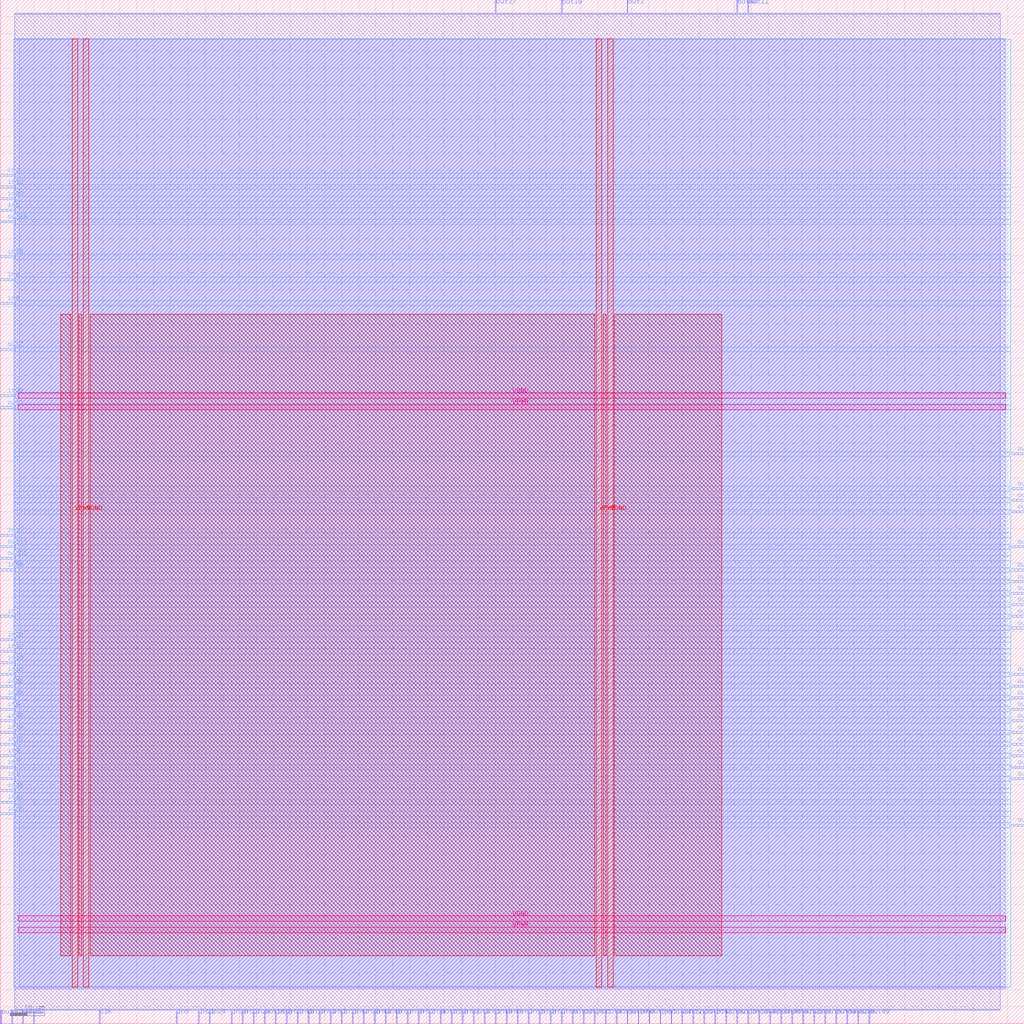
<source format=lef>
VERSION 5.7 ;
  NOWIREEXTENSIONATPIN ON ;
  DIVIDERCHAR "/" ;
  BUSBITCHARS "[]" ;
MACRO netlist_0
  CLASS BLOCK ;
  FOREIGN netlist_0 ;
  ORIGIN 0.000 0.000 ;
  SIZE 300.000 BY 300.000 ;
  PIN VGND
    DIRECTION INOUT ;
    USE GROUND ;
    PORT
      LAYER met4 ;
        RECT 24.340 10.640 25.940 288.560 ;
    END
    PORT
      LAYER met4 ;
        RECT 177.940 10.640 179.540 288.560 ;
    END
    PORT
      LAYER met5 ;
        RECT 5.280 30.030 294.640 31.630 ;
    END
    PORT
      LAYER met5 ;
        RECT 5.280 183.210 294.640 184.810 ;
    END
  END VGND
  PIN VPWR
    DIRECTION INOUT ;
    USE POWER ;
    PORT
      LAYER met4 ;
        RECT 21.040 10.640 22.640 288.560 ;
    END
    PORT
      LAYER met4 ;
        RECT 174.640 10.640 176.240 288.560 ;
    END
    PORT
      LAYER met5 ;
        RECT 5.280 26.730 294.640 28.330 ;
    END
    PORT
      LAYER met5 ;
        RECT 5.280 179.910 294.640 181.510 ;
    END
  END VPWR
  PIN clk
    DIRECTION INPUT ;
    USE SIGNAL ;
    ANTENNAGATEAREA 0.852000 ;
    ANTENNADIFFAREA 0.434700 ;
    PORT
      LAYER met2 ;
        RECT 29.070 0.000 29.350 4.000 ;
    END
  END clk
  PIN in0
    DIRECTION INPUT ;
    USE SIGNAL ;
    ANTENNAGATEAREA 0.196500 ;
    ANTENNADIFFAREA 0.434700 ;
    PORT
      LAYER met3 ;
        RECT 0.000 91.840 4.000 92.440 ;
    END
  END in0
  PIN in1
    DIRECTION INPUT ;
    USE SIGNAL ;
    ANTENNAGATEAREA 0.196500 ;
    ANTENNADIFFAREA 0.434700 ;
    PORT
      LAYER met3 ;
        RECT 0.000 71.440 4.000 72.040 ;
    END
  END in1
  PIN in10
    DIRECTION INPUT ;
    USE SIGNAL ;
    ANTENNAGATEAREA 0.196500 ;
    ANTENNADIFFAREA 0.434700 ;
    PORT
      LAYER met3 ;
        RECT 0.000 102.040 4.000 102.640 ;
    END
  END in10
  PIN in11
    DIRECTION INPUT ;
    USE SIGNAL ;
    ANTENNAGATEAREA 0.159000 ;
    ANTENNADIFFAREA 0.434700 ;
    PORT
      LAYER met2 ;
        RECT 193.290 0.000 193.570 4.000 ;
    END
  END in11
  PIN in12
    DIRECTION INPUT ;
    USE SIGNAL ;
    ANTENNAGATEAREA 0.426000 ;
    ANTENNADIFFAREA 0.434700 ;
    PORT
      LAYER met3 ;
        RECT 0.000 244.840 4.000 245.440 ;
    END
  END in12
  PIN in13
    DIRECTION INPUT ;
    USE SIGNAL ;
    ANTENNAGATEAREA 0.196500 ;
    ANTENNADIFFAREA 0.434700 ;
    PORT
      LAYER met2 ;
        RECT 99.910 0.000 100.190 4.000 ;
    END
  END in13
  PIN in14
    DIRECTION INPUT ;
    USE SIGNAL ;
    ANTENNAGATEAREA 0.196500 ;
    ANTENNADIFFAREA 0.434700 ;
    PORT
      LAYER met3 ;
        RECT 0.000 85.040 4.000 85.640 ;
    END
  END in14
  PIN in15
    DIRECTION INPUT ;
    USE SIGNAL ;
    ANTENNAGATEAREA 0.495000 ;
    ANTENNADIFFAREA 0.434700 ;
    PORT
      LAYER met3 ;
        RECT 0.000 81.640 4.000 82.240 ;
    END
  END in15
  PIN in16
    DIRECTION INPUT ;
    USE SIGNAL ;
    ANTENNAGATEAREA 0.213000 ;
    ANTENNADIFFAREA 0.434700 ;
    PORT
      LAYER met3 ;
        RECT 0.000 224.440 4.000 225.040 ;
    END
  END in16
  PIN in17
    DIRECTION INPUT ;
    USE SIGNAL ;
    ANTENNAGATEAREA 0.196500 ;
    ANTENNADIFFAREA 0.434700 ;
    PORT
      LAYER met3 ;
        RECT 0.000 142.840 4.000 143.440 ;
    END
  END in17
  PIN in18
    DIRECTION INPUT ;
    USE SIGNAL ;
    ANTENNAGATEAREA 0.213000 ;
    ANTENNADIFFAREA 0.434700 ;
    PORT
      LAYER met3 ;
        RECT 0.000 105.440 4.000 106.040 ;
    END
  END in18
  PIN in19
    DIRECTION INPUT ;
    USE SIGNAL ;
    ANTENNAGATEAREA 0.213000 ;
    ANTENNADIFFAREA 0.434700 ;
    PORT
      LAYER met3 ;
        RECT 0.000 108.840 4.000 109.440 ;
    END
  END in19
  PIN in2
    DIRECTION INPUT ;
    USE SIGNAL ;
    ANTENNAGATEAREA 0.426000 ;
    ANTENNADIFFAREA 0.434700 ;
    PORT
      LAYER met3 ;
        RECT 0.000 248.240 4.000 248.840 ;
    END
  END in2
  PIN in20
    DIRECTION INPUT ;
    USE SIGNAL ;
    ANTENNAGATEAREA 0.196500 ;
    ANTENNADIFFAREA 0.434700 ;
    PORT
      LAYER met2 ;
        RECT 67.710 0.000 67.990 4.000 ;
    END
  END in20
  PIN in21
    DIRECTION INPUT ;
    USE SIGNAL ;
    ANTENNAGATEAREA 0.159000 ;
    ANTENNADIFFAREA 0.434700 ;
    PORT
      LAYER met2 ;
        RECT 58.050 0.000 58.330 4.000 ;
    END
  END in21
  PIN in22
    DIRECTION INPUT ;
    USE SIGNAL ;
    ANTENNAGATEAREA 0.213000 ;
    ANTENNADIFFAREA 0.434700 ;
    PORT
      LAYER met3 ;
        RECT 0.000 241.440 4.000 242.040 ;
    END
  END in22
  PIN in23
    DIRECTION INPUT ;
    USE SIGNAL ;
    ANTENNAGATEAREA 0.159000 ;
    ANTENNADIFFAREA 0.434700 ;
    PORT
      LAYER met2 ;
        RECT 70.930 0.000 71.210 4.000 ;
    END
  END in23
  PIN in24
    DIRECTION INPUT ;
    USE SIGNAL ;
    ANTENNAGATEAREA 0.247500 ;
    ANTENNADIFFAREA 0.434700 ;
    PORT
      LAYER met2 ;
        RECT 61.270 0.000 61.550 4.000 ;
    END
  END in24
  PIN in25
    DIRECTION INPUT ;
    USE SIGNAL ;
    ANTENNAGATEAREA 0.196500 ;
    ANTENNADIFFAREA 0.434700 ;
    PORT
      LAYER met3 ;
        RECT 0.000 112.240 4.000 112.840 ;
    END
  END in25
  PIN in26
    DIRECTION INPUT ;
    USE SIGNAL ;
    ANTENNAGATEAREA 0.196500 ;
    ANTENNADIFFAREA 0.434700 ;
    PORT
      LAYER met2 ;
        RECT 106.350 0.000 106.630 4.000 ;
    END
  END in26
  PIN in27
    DIRECTION INPUT ;
    USE SIGNAL ;
    ANTENNAGATEAREA 0.196500 ;
    ANTENNADIFFAREA 0.434700 ;
    PORT
      LAYER met2 ;
        RECT 116.010 0.000 116.290 4.000 ;
    END
  END in27
  PIN in28
    DIRECTION INPUT ;
    USE SIGNAL ;
    ANTENNAGATEAREA 0.213000 ;
    ANTENNADIFFAREA 0.434700 ;
    PORT
      LAYER met2 ;
        RECT 74.150 0.000 74.430 4.000 ;
    END
  END in28
  PIN in29
    DIRECTION INPUT ;
    USE SIGNAL ;
    ANTENNAGATEAREA 0.196500 ;
    ANTENNADIFFAREA 0.434700 ;
    PORT
      LAYER met3 ;
        RECT 0.000 95.240 4.000 95.840 ;
    END
  END in29
  PIN in3
    DIRECTION INPUT ;
    USE SIGNAL ;
    ANTENNAGATEAREA 0.126000 ;
    ANTENNADIFFAREA 0.434700 ;
    PORT
      LAYER met3 ;
        RECT 0.000 119.040 4.000 119.640 ;
    END
  END in3
  PIN in30
    DIRECTION INPUT ;
    USE SIGNAL ;
    ANTENNAGATEAREA 0.196500 ;
    ANTENNADIFFAREA 0.434700 ;
    PORT
      LAYER met2 ;
        RECT 119.230 0.000 119.510 4.000 ;
    END
  END in30
  PIN in31
    DIRECTION INPUT ;
    USE SIGNAL ;
    ANTENNAGATEAREA 0.247500 ;
    ANTENNADIFFAREA 0.434700 ;
    PORT
      LAYER met2 ;
        RECT 173.970 0.000 174.250 4.000 ;
    END
  END in31
  PIN in32
    DIRECTION INPUT ;
    USE SIGNAL ;
    ANTENNAGATEAREA 0.213000 ;
    ANTENNADIFFAREA 0.434700 ;
    PORT
      LAYER met3 ;
        RECT 0.000 98.640 4.000 99.240 ;
    END
  END in32
  PIN in33
    DIRECTION INPUT ;
    USE SIGNAL ;
    ANTENNAGATEAREA 0.196500 ;
    ANTENNADIFFAREA 0.434700 ;
    PORT
      LAYER met2 ;
        RECT 83.810 0.000 84.090 4.000 ;
    END
  END in33
  PIN in34
    DIRECTION INPUT ;
    USE SIGNAL ;
    ANTENNAGATEAREA 0.213000 ;
    ANTENNADIFFAREA 0.434700 ;
    PORT
      LAYER met2 ;
        RECT 125.670 0.000 125.950 4.000 ;
    END
  END in34
  PIN in35
    DIRECTION INPUT ;
    USE SIGNAL ;
    ANTENNAGATEAREA 0.213000 ;
    ANTENNADIFFAREA 0.434700 ;
    PORT
      LAYER met3 ;
        RECT 0.000 183.640 4.000 184.240 ;
    END
  END in35
  PIN in36
    DIRECTION INPUT ;
    USE SIGNAL ;
    ANTENNAGATEAREA 0.196500 ;
    ANTENNADIFFAREA 0.434700 ;
    PORT
      LAYER met2 ;
        RECT 80.590 0.000 80.870 4.000 ;
    END
  END in36
  PIN in37
    DIRECTION INPUT ;
    USE SIGNAL ;
    ANTENNAGATEAREA 0.196500 ;
    ANTENNADIFFAREA 0.434700 ;
    PORT
      LAYER met2 ;
        RECT 161.090 0.000 161.370 4.000 ;
    END
  END in37
  PIN in38
    DIRECTION INPUT ;
    USE SIGNAL ;
    ANTENNAGATEAREA 0.196500 ;
    ANTENNADIFFAREA 0.434700 ;
    PORT
      LAYER met3 ;
        RECT 0.000 61.240 4.000 61.840 ;
    END
  END in38
  PIN in39
    DIRECTION INPUT ;
    USE SIGNAL ;
    ANTENNAGATEAREA 0.196500 ;
    ANTENNADIFFAREA 0.434700 ;
    PORT
      LAYER met2 ;
        RECT 90.250 0.000 90.530 4.000 ;
    END
  END in39
  PIN in4
    DIRECTION INPUT ;
    USE SIGNAL ;
    ANTENNAGATEAREA 0.196500 ;
    ANTENNADIFFAREA 0.434700 ;
    PORT
      LAYER met3 ;
        RECT 0.000 78.240 4.000 78.840 ;
    END
  END in4
  PIN in40
    DIRECTION INPUT ;
    USE SIGNAL ;
    ANTENNAGATEAREA 0.196500 ;
    ANTENNADIFFAREA 0.434700 ;
    PORT
      LAYER met3 ;
        RECT 0.000 88.440 4.000 89.040 ;
    END
  END in40
  PIN in41
    DIRECTION INPUT ;
    USE SIGNAL ;
    ANTENNAGATEAREA 0.196500 ;
    ANTENNADIFFAREA 0.434700 ;
    PORT
      LAYER met3 ;
        RECT 0.000 64.640 4.000 65.240 ;
    END
  END in41
  PIN in42
    DIRECTION INPUT ;
    USE SIGNAL ;
    ANTENNAGATEAREA 0.196500 ;
    ANTENNADIFFAREA 0.434700 ;
    PORT
      LAYER met2 ;
        RECT 209.390 0.000 209.670 4.000 ;
    END
  END in42
  PIN in43
    DIRECTION INPUT ;
    USE SIGNAL ;
    ANTENNAGATEAREA 0.196500 ;
    ANTENNADIFFAREA 0.434700 ;
    PORT
      LAYER met3 ;
        RECT 0.000 68.040 4.000 68.640 ;
    END
  END in43
  PIN in44
    DIRECTION INPUT ;
    USE SIGNAL ;
    ANTENNAGATEAREA 0.196500 ;
    ANTENNADIFFAREA 0.434700 ;
    PORT
      LAYER met2 ;
        RECT 109.570 0.000 109.850 4.000 ;
    END
  END in44
  PIN in45
    DIRECTION INPUT ;
    USE SIGNAL ;
    ANTENNAGATEAREA 0.213000 ;
    ANTENNADIFFAREA 0.434700 ;
    PORT
      LAYER met2 ;
        RECT 148.210 0.000 148.490 4.000 ;
    END
  END in45
  PIN in46
    DIRECTION INPUT ;
    USE SIGNAL ;
    ANTENNAGATEAREA 0.196500 ;
    ANTENNADIFFAREA 0.434700 ;
    PORT
      LAYER met2 ;
        RECT 112.790 0.000 113.070 4.000 ;
    END
  END in46
  PIN in47
    DIRECTION INPUT ;
    USE SIGNAL ;
    ANTENNAGATEAREA 0.196500 ;
    ANTENNADIFFAREA 0.434700 ;
    PORT
      LAYER met2 ;
        RECT 103.130 0.000 103.410 4.000 ;
    END
  END in47
  PIN in48
    DIRECTION INPUT ;
    USE SIGNAL ;
    ANTENNAGATEAREA 0.213000 ;
    ANTENNADIFFAREA 0.434700 ;
    PORT
      LAYER met2 ;
        RECT 87.030 0.000 87.310 4.000 ;
    END
  END in48
  PIN in49
    DIRECTION INPUT ;
    USE SIGNAL ;
    ANTENNAGATEAREA 0.196500 ;
    ANTENNADIFFAREA 0.434700 ;
    PORT
      LAYER met2 ;
        RECT 144.990 0.000 145.270 4.000 ;
    END
  END in49
  PIN in5
    DIRECTION INPUT ;
    USE SIGNAL ;
    ANTENNAGATEAREA 0.213000 ;
    ANTENNADIFFAREA 0.434700 ;
    PORT
      LAYER met3 ;
        RECT 0.000 238.040 4.000 238.640 ;
    END
  END in5
  PIN in50
    DIRECTION INPUT ;
    USE SIGNAL ;
    ANTENNAGATEAREA 0.213000 ;
    ANTENNADIFFAREA 0.434700 ;
    PORT
      LAYER met2 ;
        RECT 186.850 0.000 187.130 4.000 ;
    END
  END in50
  PIN in51
    DIRECTION INPUT ;
    USE SIGNAL ;
    ANTENNAGATEAREA 0.213000 ;
    ANTENNADIFFAREA 0.434700 ;
    PORT
      LAYER met2 ;
        RECT 96.690 0.000 96.970 4.000 ;
    END
  END in51
  PIN in52
    DIRECTION INPUT ;
    USE SIGNAL ;
    ANTENNAGATEAREA 0.426000 ;
    ANTENNADIFFAREA 0.434700 ;
    PORT
      LAYER met2 ;
        RECT 122.450 0.000 122.730 4.000 ;
    END
  END in52
  PIN in53
    DIRECTION INPUT ;
    USE SIGNAL ;
    ANTENNAGATEAREA 0.126000 ;
    ANTENNADIFFAREA 0.434700 ;
    PORT
      LAYER met2 ;
        RECT 135.330 0.000 135.610 4.000 ;
    END
  END in53
  PIN in54
    DIRECTION INPUT ;
    USE SIGNAL ;
    ANTENNAGATEAREA 0.196500 ;
    ANTENNADIFFAREA 0.434700 ;
    PORT
      LAYER met2 ;
        RECT 93.470 0.000 93.750 4.000 ;
    END
  END in54
  PIN in55
    DIRECTION INPUT ;
    USE SIGNAL ;
    ANTENNAGATEAREA 0.196500 ;
    ANTENNADIFFAREA 0.434700 ;
    PORT
      LAYER met2 ;
        RECT 154.650 0.000 154.930 4.000 ;
    END
  END in55
  PIN in56
    DIRECTION INPUT ;
    USE SIGNAL ;
    ANTENNAGATEAREA 0.196500 ;
    ANTENNADIFFAREA 0.434700 ;
    PORT
      LAYER met2 ;
        RECT 132.110 0.000 132.390 4.000 ;
    END
  END in56
  PIN in57
    DIRECTION INPUT ;
    USE SIGNAL ;
    ANTENNAGATEAREA 0.213000 ;
    ANTENNADIFFAREA 0.434700 ;
    PORT
      LAYER met2 ;
        RECT 151.430 0.000 151.710 4.000 ;
    END
  END in57
  PIN in58
    DIRECTION INPUT ;
    USE SIGNAL ;
    ANTENNAGATEAREA 0.213000 ;
    ANTENNADIFFAREA 0.434700 ;
    PORT
      LAYER met2 ;
        RECT 157.870 0.000 158.150 4.000 ;
    END
  END in58
  PIN in59
    DIRECTION INPUT ;
    USE SIGNAL ;
    ANTENNAGATEAREA 0.213000 ;
    ANTENNADIFFAREA 0.434700 ;
    PORT
      LAYER met3 ;
        RECT 0.000 132.640 4.000 133.240 ;
    END
  END in59
  PIN in6
    DIRECTION INPUT ;
    USE SIGNAL ;
    ANTENNAGATEAREA 0.247500 ;
    ANTENNADIFFAREA 0.434700 ;
    PORT
      LAYER met3 ;
        RECT 0.000 217.640 4.000 218.240 ;
    END
  END in6
  PIN in60
    DIRECTION INPUT ;
    USE SIGNAL ;
    ANTENNAGATEAREA 0.159000 ;
    ANTENNADIFFAREA 0.434700 ;
    PORT
      LAYER met2 ;
        RECT 164.310 0.000 164.590 4.000 ;
    END
  END in60
  PIN in61
    DIRECTION INPUT ;
    USE SIGNAL ;
    ANTENNAGATEAREA 0.196500 ;
    ANTENNADIFFAREA 0.434700 ;
    PORT
      LAYER met2 ;
        RECT 141.770 0.000 142.050 4.000 ;
    END
  END in61
  PIN in7
    DIRECTION INPUT ;
    USE SIGNAL ;
    ANTENNAGATEAREA 0.196500 ;
    ANTENNADIFFAREA 0.434700 ;
    PORT
      LAYER met3 ;
        RECT 0.000 74.840 4.000 75.440 ;
    END
  END in7
  PIN in8
    DIRECTION INPUT ;
    USE SIGNAL ;
    ANTENNAGATEAREA 0.159000 ;
    ANTENNADIFFAREA 0.434700 ;
    PORT
      LAYER met3 ;
        RECT 0.000 210.840 4.000 211.440 ;
    END
  END in8
  PIN in9
    DIRECTION INPUT ;
    USE SIGNAL ;
    ANTENNAGATEAREA 0.213000 ;
    ANTENNADIFFAREA 0.434700 ;
    PORT
      LAYER met2 ;
        RECT 51.610 0.000 51.890 4.000 ;
    END
  END in9
  PIN out0
    DIRECTION OUTPUT ;
    USE SIGNAL ;
    ANTENNADIFFAREA 0.445500 ;
    PORT
      LAYER met3 ;
        RECT 296.000 95.240 300.000 95.840 ;
    END
  END out0
  PIN out1
    DIRECTION OUTPUT ;
    USE SIGNAL ;
    ANTENNADIFFAREA 0.445500 ;
    PORT
      LAYER met3 ;
        RECT 0.000 180.240 4.000 180.840 ;
    END
  END out1
  PIN out10
    DIRECTION OUTPUT ;
    USE SIGNAL ;
    ANTENNADIFFAREA 0.445500 ;
    PORT
      LAYER met3 ;
        RECT 296.000 122.440 300.000 123.040 ;
    END
  END out10
  PIN out11
    DIRECTION OUTPUT ;
    USE SIGNAL ;
    ANTENNADIFFAREA 0.340600 ;
    PORT
      LAYER met2 ;
        RECT 219.050 296.000 219.330 300.000 ;
    END
  END out11
  PIN out12
    DIRECTION OUTPUT ;
    USE SIGNAL ;
    ANTENNADIFFAREA 0.340600 ;
    PORT
      LAYER met2 ;
        RECT 199.730 0.000 200.010 4.000 ;
    END
  END out12
  PIN out13
    DIRECTION OUTPUT ;
    USE SIGNAL ;
    ANTENNADIFFAREA 0.340600 ;
    PORT
      LAYER met3 ;
        RECT 296.000 166.640 300.000 167.240 ;
    END
  END out13
  PIN out14
    DIRECTION OUTPUT ;
    USE SIGNAL ;
    ANTENNADIFFAREA 0.340600 ;
    PORT
      LAYER met3 ;
        RECT 296.000 78.240 300.000 78.840 ;
    END
  END out14
  PIN out15
    DIRECTION OUTPUT ;
    USE SIGNAL ;
    ANTENNADIFFAREA 0.445500 ;
    PORT
      LAYER met2 ;
        RECT 215.830 0.000 216.110 4.000 ;
    END
  END out15
  PIN out16
    DIRECTION OUTPUT ;
    USE SIGNAL ;
    ANTENNADIFFAREA 0.445500 ;
    PORT
      LAYER met2 ;
        RECT 77.370 0.000 77.650 4.000 ;
    END
  END out16
  PIN out17
    DIRECTION OUTPUT ;
    USE SIGNAL ;
    ANTENNADIFFAREA 0.445500 ;
    PORT
      LAYER met3 ;
        RECT 0.000 139.440 4.000 140.040 ;
    END
  END out17
  PIN out18
    DIRECTION OUTPUT ;
    USE SIGNAL ;
    ANTENNADIFFAREA 0.445500 ;
    PORT
      LAYER met2 ;
        RECT 219.050 0.000 219.330 4.000 ;
    END
  END out18
  PIN out19
    DIRECTION OUTPUT ;
    USE SIGNAL ;
    ANTENNADIFFAREA 0.340600 ;
    PORT
      LAYER met2 ;
        RECT 164.310 296.000 164.590 300.000 ;
    END
  END out19
  PIN out2
    DIRECTION OUTPUT ;
    USE SIGNAL ;
    ANTENNADIFFAREA 0.445500 ;
    PORT
      LAYER met3 ;
        RECT 0.000 197.240 4.000 197.840 ;
    END
  END out2
  PIN out20
    DIRECTION OUTPUT ;
    USE SIGNAL ;
    ANTENNADIFFAREA 0.445500 ;
    PORT
      LAYER met2 ;
        RECT 167.530 0.000 167.810 4.000 ;
    END
  END out20
  PIN out21
    DIRECTION OUTPUT ;
    USE SIGNAL ;
    ANTENNADIFFAREA 0.445500 ;
    PORT
      LAYER met3 ;
        RECT 296.000 129.240 300.000 129.840 ;
    END
  END out21
  PIN out22
    DIRECTION OUTPUT ;
    USE SIGNAL ;
    ANTENNADIFFAREA 0.445500 ;
    PORT
      LAYER met3 ;
        RECT 296.000 88.440 300.000 89.040 ;
    END
  END out22
  PIN out23
    DIRECTION OUTPUT ;
    USE SIGNAL ;
    ANTENNADIFFAREA 0.340600 ;
    PORT
      LAYER met2 ;
        RECT 202.950 0.000 203.230 4.000 ;
    END
  END out23
  PIN out24
    DIRECTION OUTPUT ;
    USE SIGNAL ;
    ANTENNADIFFAREA 0.445500 ;
    PORT
      LAYER met2 ;
        RECT 196.510 0.000 196.790 4.000 ;
    END
  END out24
  PIN out25
    DIRECTION OUTPUT ;
    USE SIGNAL ;
    ANTENNADIFFAREA 0.445500 ;
    PORT
      LAYER met2 ;
        RECT 235.150 0.000 235.430 4.000 ;
    END
  END out25
  PIN out26
    DIRECTION OUTPUT ;
    USE SIGNAL ;
    ANTENNADIFFAREA 0.445500 ;
    PORT
      LAYER met3 ;
        RECT 296.000 115.640 300.000 116.240 ;
    END
  END out26
  PIN out27
    DIRECTION OUTPUT ;
    USE SIGNAL ;
    PORT
      LAYER met2 ;
        RECT 0.090 0.000 0.370 4.000 ;
    END
  END out27
  PIN out28
    DIRECTION OUTPUT ;
    USE SIGNAL ;
    ANTENNADIFFAREA 0.445500 ;
    PORT
      LAYER met2 ;
        RECT 170.750 0.000 171.030 4.000 ;
    END
  END out28
  PIN out29
    DIRECTION OUTPUT ;
    USE SIGNAL ;
    ANTENNADIFFAREA 0.445500 ;
    PORT
      LAYER met3 ;
        RECT 0.000 234.640 4.000 235.240 ;
    END
  END out29
  PIN out3
    DIRECTION OUTPUT ;
    USE SIGNAL ;
    ANTENNADIFFAREA 0.340600 ;
    PORT
      LAYER met2 ;
        RECT 183.630 296.000 183.910 300.000 ;
    END
  END out3
  PIN out30
    DIRECTION OUTPUT ;
    USE SIGNAL ;
    ANTENNADIFFAREA 0.445500 ;
    PORT
      LAYER met3 ;
        RECT 296.000 57.840 300.000 58.440 ;
    END
  END out30
  PIN out31
    DIRECTION OUTPUT ;
    USE SIGNAL ;
    ANTENNADIFFAREA 0.445500 ;
    PORT
      LAYER met2 ;
        RECT 128.890 0.000 129.170 4.000 ;
    END
  END out31
  PIN out32
    DIRECTION OUTPUT ;
    USE SIGNAL ;
    ANTENNADIFFAREA 0.445500 ;
    PORT
      LAYER met3 ;
        RECT 296.000 153.040 300.000 153.640 ;
    END
  END out32
  PIN out33
    DIRECTION OUTPUT ;
    USE SIGNAL ;
    ANTENNADIFFAREA 0.445500 ;
    PORT
      LAYER met3 ;
        RECT 296.000 119.040 300.000 119.640 ;
    END
  END out33
  PIN out34
    DIRECTION OUTPUT ;
    USE SIGNAL ;
    ANTENNADIFFAREA 0.445500 ;
    PORT
      LAYER met2 ;
        RECT 225.490 0.000 225.770 4.000 ;
    END
  END out34
  PIN out35
    DIRECTION OUTPUT ;
    USE SIGNAL ;
    ANTENNADIFFAREA 0.340600 ;
    PORT
      LAYER met3 ;
        RECT 296.000 98.640 300.000 99.240 ;
    END
  END out35
  PIN out36
    DIRECTION OUTPUT ;
    USE SIGNAL ;
    ANTENNADIFFAREA 0.445500 ;
    PORT
      LAYER met3 ;
        RECT 296.000 91.840 300.000 92.440 ;
    END
  END out36
  PIN out37
    DIRECTION OUTPUT ;
    USE SIGNAL ;
    ANTENNADIFFAREA 0.795200 ;
    PORT
      LAYER met2 ;
        RECT 144.990 296.000 145.270 300.000 ;
    END
  END out37
  PIN out38
    DIRECTION OUTPUT ;
    USE SIGNAL ;
    ANTENNADIFFAREA 0.445500 ;
    PORT
      LAYER met2 ;
        RECT 190.070 0.000 190.350 4.000 ;
    END
  END out38
  PIN out39
    DIRECTION OUTPUT ;
    USE SIGNAL ;
    ANTENNADIFFAREA 0.445500 ;
    PORT
      LAYER met3 ;
        RECT 296.000 132.640 300.000 133.240 ;
    END
  END out39
  PIN out4
    DIRECTION OUTPUT ;
    USE SIGNAL ;
    ANTENNADIFFAREA 0.445500 ;
    PORT
      LAYER met2 ;
        RECT 138.550 0.000 138.830 4.000 ;
    END
  END out4
  PIN out40
    DIRECTION OUTPUT ;
    USE SIGNAL ;
    ANTENNADIFFAREA 0.795200 ;
    PORT
      LAYER met2 ;
        RECT 215.830 296.000 216.110 300.000 ;
    END
  END out40
  PIN out41
    DIRECTION OUTPUT ;
    USE SIGNAL ;
    ANTENNADIFFAREA 0.445500 ;
    PORT
      LAYER met2 ;
        RECT 177.190 0.000 177.470 4.000 ;
    END
  END out41
  PIN out42
    DIRECTION OUTPUT ;
    USE SIGNAL ;
    ANTENNADIFFAREA 0.445500 ;
    PORT
      LAYER met3 ;
        RECT 296.000 139.440 300.000 140.040 ;
    END
  END out42
  PIN out43
    DIRECTION OUTPUT ;
    USE SIGNAL ;
    ANTENNADIFFAREA 0.445500 ;
    PORT
      LAYER met3 ;
        RECT 296.000 125.840 300.000 126.440 ;
    END
  END out43
  PIN out44
    DIRECTION OUTPUT ;
    USE SIGNAL ;
    ANTENNADIFFAREA 0.340600 ;
    PORT
      LAYER met3 ;
        RECT 296.000 74.840 300.000 75.440 ;
    END
  END out44
  PIN out45
    DIRECTION OUTPUT ;
    USE SIGNAL ;
    ANTENNADIFFAREA 0.445500 ;
    PORT
      LAYER met2 ;
        RECT 222.270 0.000 222.550 4.000 ;
    END
  END out45
  PIN out46
    DIRECTION OUTPUT ;
    USE SIGNAL ;
    ANTENNADIFFAREA 0.445500 ;
    PORT
      LAYER met2 ;
        RECT 228.710 0.000 228.990 4.000 ;
    END
  END out46
  PIN out47
    DIRECTION OUTPUT ;
    USE SIGNAL ;
    ANTENNADIFFAREA 0.445500 ;
    PORT
      LAYER met2 ;
        RECT 231.930 0.000 232.210 4.000 ;
    END
  END out47
  PIN out48
    DIRECTION OUTPUT ;
    USE SIGNAL ;
    PORT
      LAYER met2 ;
        RECT 3.310 0.000 3.590 4.000 ;
    END
  END out48
  PIN out49
    DIRECTION OUTPUT ;
    USE SIGNAL ;
    ANTENNADIFFAREA 0.445500 ;
    PORT
      LAYER met2 ;
        RECT 254.470 0.000 254.750 4.000 ;
    END
  END out49
  PIN out5
    DIRECTION OUTPUT ;
    USE SIGNAL ;
    ANTENNADIFFAREA 0.445500 ;
    PORT
      LAYER met2 ;
        RECT 238.370 0.000 238.650 4.000 ;
    END
  END out5
  PIN out50
    DIRECTION OUTPUT ;
    USE SIGNAL ;
    ANTENNADIFFAREA 0.445500 ;
    PORT
      LAYER met2 ;
        RECT 183.630 0.000 183.910 4.000 ;
    END
  END out50
  PIN out51
    DIRECTION OUTPUT ;
    USE SIGNAL ;
    ANTENNADIFFAREA 0.445500 ;
    PORT
      LAYER met2 ;
        RECT 206.170 0.000 206.450 4.000 ;
    END
  END out51
  PIN out52
    DIRECTION OUTPUT ;
    USE SIGNAL ;
    ANTENNADIFFAREA 0.340600 ;
    PORT
      LAYER met2 ;
        RECT 212.610 0.000 212.890 4.000 ;
    END
  END out52
  PIN out53
    DIRECTION OUTPUT ;
    USE SIGNAL ;
    ANTENNADIFFAREA 0.340600 ;
    PORT
      LAYER met2 ;
        RECT 248.030 0.000 248.310 4.000 ;
    END
  END out53
  PIN out54
    DIRECTION OUTPUT ;
    USE SIGNAL ;
    ANTENNADIFFAREA 0.445500 ;
    PORT
      LAYER met2 ;
        RECT 244.810 0.000 245.090 4.000 ;
    END
  END out54
  PIN out55
    DIRECTION OUTPUT ;
    USE SIGNAL ;
    ANTENNADIFFAREA 0.445500 ;
    PORT
      LAYER met3 ;
        RECT 0.000 136.040 4.000 136.640 ;
    END
  END out55
  PIN out56
    DIRECTION OUTPUT ;
    USE SIGNAL ;
    ANTENNADIFFAREA 0.445500 ;
    PORT
      LAYER met3 ;
        RECT 296.000 81.640 300.000 82.240 ;
    END
  END out56
  PIN out57
    DIRECTION OUTPUT ;
    USE SIGNAL ;
    ANTENNADIFFAREA 0.445500 ;
    PORT
      LAYER met2 ;
        RECT 241.590 0.000 241.870 4.000 ;
    END
  END out57
  PIN out58
    DIRECTION OUTPUT ;
    USE SIGNAL ;
    ANTENNADIFFAREA 0.445500 ;
    PORT
      LAYER met2 ;
        RECT 180.410 0.000 180.690 4.000 ;
    END
  END out58
  PIN out59
    DIRECTION OUTPUT ;
    USE SIGNAL ;
    ANTENNADIFFAREA 0.445500 ;
    PORT
      LAYER met3 ;
        RECT 296.000 71.440 300.000 72.040 ;
    END
  END out59
  PIN out6
    DIRECTION OUTPUT ;
    USE SIGNAL ;
    ANTENNADIFFAREA 0.445500 ;
    PORT
      LAYER met2 ;
        RECT 251.250 0.000 251.530 4.000 ;
    END
  END out6
  PIN out60
    DIRECTION OUTPUT ;
    USE SIGNAL ;
    PORT
      LAYER met2 ;
        RECT 6.530 0.000 6.810 4.000 ;
    END
  END out60
  PIN out61
    DIRECTION OUTPUT ;
    USE SIGNAL ;
    ANTENNADIFFAREA 0.445500 ;
    PORT
      LAYER met3 ;
        RECT 296.000 85.040 300.000 85.640 ;
    END
  END out61
  PIN out7
    DIRECTION OUTPUT ;
    USE SIGNAL ;
    ANTENNADIFFAREA 0.445500 ;
    PORT
      LAYER met3 ;
        RECT 296.000 102.040 300.000 102.640 ;
    END
  END out7
  PIN out8
    DIRECTION OUTPUT ;
    USE SIGNAL ;
    ANTENNADIFFAREA 0.445500 ;
    PORT
      LAYER met3 ;
        RECT 296.000 149.640 300.000 150.240 ;
    END
  END out8
  PIN out9
    DIRECTION OUTPUT ;
    USE SIGNAL ;
    ANTENNADIFFAREA 0.445500 ;
    PORT
      LAYER met3 ;
        RECT 296.000 156.440 300.000 157.040 ;
    END
  END out9
  PIN rst
    DIRECTION INPUT ;
    USE SIGNAL ;
    PORT
      LAYER met2 ;
        RECT 9.750 0.000 10.030 4.000 ;
    END
  END rst
  OBS
      LAYER li1 ;
        RECT 5.520 10.795 294.400 288.405 ;
      LAYER met1 ;
        RECT 4.210 10.240 294.400 288.560 ;
      LAYER met2 ;
        RECT 4.230 295.720 144.710 296.000 ;
        RECT 145.550 295.720 164.030 296.000 ;
        RECT 164.870 295.720 183.350 296.000 ;
        RECT 184.190 295.720 215.550 296.000 ;
        RECT 216.390 295.720 218.770 296.000 ;
        RECT 219.610 295.720 292.930 296.000 ;
        RECT 4.230 4.280 292.930 295.720 ;
        RECT 4.230 4.000 6.250 4.280 ;
        RECT 7.090 4.000 9.470 4.280 ;
        RECT 10.310 4.000 28.790 4.280 ;
        RECT 29.630 4.000 51.330 4.280 ;
        RECT 52.170 4.000 57.770 4.280 ;
        RECT 58.610 4.000 60.990 4.280 ;
        RECT 61.830 4.000 67.430 4.280 ;
        RECT 68.270 4.000 70.650 4.280 ;
        RECT 71.490 4.000 73.870 4.280 ;
        RECT 74.710 4.000 77.090 4.280 ;
        RECT 77.930 4.000 80.310 4.280 ;
        RECT 81.150 4.000 83.530 4.280 ;
        RECT 84.370 4.000 86.750 4.280 ;
        RECT 87.590 4.000 89.970 4.280 ;
        RECT 90.810 4.000 93.190 4.280 ;
        RECT 94.030 4.000 96.410 4.280 ;
        RECT 97.250 4.000 99.630 4.280 ;
        RECT 100.470 4.000 102.850 4.280 ;
        RECT 103.690 4.000 106.070 4.280 ;
        RECT 106.910 4.000 109.290 4.280 ;
        RECT 110.130 4.000 112.510 4.280 ;
        RECT 113.350 4.000 115.730 4.280 ;
        RECT 116.570 4.000 118.950 4.280 ;
        RECT 119.790 4.000 122.170 4.280 ;
        RECT 123.010 4.000 125.390 4.280 ;
        RECT 126.230 4.000 128.610 4.280 ;
        RECT 129.450 4.000 131.830 4.280 ;
        RECT 132.670 4.000 135.050 4.280 ;
        RECT 135.890 4.000 138.270 4.280 ;
        RECT 139.110 4.000 141.490 4.280 ;
        RECT 142.330 4.000 144.710 4.280 ;
        RECT 145.550 4.000 147.930 4.280 ;
        RECT 148.770 4.000 151.150 4.280 ;
        RECT 151.990 4.000 154.370 4.280 ;
        RECT 155.210 4.000 157.590 4.280 ;
        RECT 158.430 4.000 160.810 4.280 ;
        RECT 161.650 4.000 164.030 4.280 ;
        RECT 164.870 4.000 167.250 4.280 ;
        RECT 168.090 4.000 170.470 4.280 ;
        RECT 171.310 4.000 173.690 4.280 ;
        RECT 174.530 4.000 176.910 4.280 ;
        RECT 177.750 4.000 180.130 4.280 ;
        RECT 180.970 4.000 183.350 4.280 ;
        RECT 184.190 4.000 186.570 4.280 ;
        RECT 187.410 4.000 189.790 4.280 ;
        RECT 190.630 4.000 193.010 4.280 ;
        RECT 193.850 4.000 196.230 4.280 ;
        RECT 197.070 4.000 199.450 4.280 ;
        RECT 200.290 4.000 202.670 4.280 ;
        RECT 203.510 4.000 205.890 4.280 ;
        RECT 206.730 4.000 209.110 4.280 ;
        RECT 209.950 4.000 212.330 4.280 ;
        RECT 213.170 4.000 215.550 4.280 ;
        RECT 216.390 4.000 218.770 4.280 ;
        RECT 219.610 4.000 221.990 4.280 ;
        RECT 222.830 4.000 225.210 4.280 ;
        RECT 226.050 4.000 228.430 4.280 ;
        RECT 229.270 4.000 231.650 4.280 ;
        RECT 232.490 4.000 234.870 4.280 ;
        RECT 235.710 4.000 238.090 4.280 ;
        RECT 238.930 4.000 241.310 4.280 ;
        RECT 242.150 4.000 244.530 4.280 ;
        RECT 245.370 4.000 247.750 4.280 ;
        RECT 248.590 4.000 250.970 4.280 ;
        RECT 251.810 4.000 254.190 4.280 ;
        RECT 255.030 4.000 292.930 4.280 ;
      LAYER met3 ;
        RECT 3.990 249.240 296.000 288.485 ;
        RECT 4.400 247.840 296.000 249.240 ;
        RECT 3.990 245.840 296.000 247.840 ;
        RECT 4.400 244.440 296.000 245.840 ;
        RECT 3.990 242.440 296.000 244.440 ;
        RECT 4.400 241.040 296.000 242.440 ;
        RECT 3.990 239.040 296.000 241.040 ;
        RECT 4.400 237.640 296.000 239.040 ;
        RECT 3.990 235.640 296.000 237.640 ;
        RECT 4.400 234.240 296.000 235.640 ;
        RECT 3.990 225.440 296.000 234.240 ;
        RECT 4.400 224.040 296.000 225.440 ;
        RECT 3.990 218.640 296.000 224.040 ;
        RECT 4.400 217.240 296.000 218.640 ;
        RECT 3.990 211.840 296.000 217.240 ;
        RECT 4.400 210.440 296.000 211.840 ;
        RECT 3.990 198.240 296.000 210.440 ;
        RECT 4.400 196.840 296.000 198.240 ;
        RECT 3.990 184.640 296.000 196.840 ;
        RECT 4.400 183.240 296.000 184.640 ;
        RECT 3.990 181.240 296.000 183.240 ;
        RECT 4.400 179.840 296.000 181.240 ;
        RECT 3.990 167.640 296.000 179.840 ;
        RECT 3.990 166.240 295.600 167.640 ;
        RECT 3.990 157.440 296.000 166.240 ;
        RECT 3.990 156.040 295.600 157.440 ;
        RECT 3.990 154.040 296.000 156.040 ;
        RECT 3.990 152.640 295.600 154.040 ;
        RECT 3.990 150.640 296.000 152.640 ;
        RECT 3.990 149.240 295.600 150.640 ;
        RECT 3.990 143.840 296.000 149.240 ;
        RECT 4.400 142.440 296.000 143.840 ;
        RECT 3.990 140.440 296.000 142.440 ;
        RECT 4.400 139.040 295.600 140.440 ;
        RECT 3.990 137.040 296.000 139.040 ;
        RECT 4.400 135.640 296.000 137.040 ;
        RECT 3.990 133.640 296.000 135.640 ;
        RECT 4.400 132.240 295.600 133.640 ;
        RECT 3.990 130.240 296.000 132.240 ;
        RECT 3.990 128.840 295.600 130.240 ;
        RECT 3.990 126.840 296.000 128.840 ;
        RECT 3.990 125.440 295.600 126.840 ;
        RECT 3.990 123.440 296.000 125.440 ;
        RECT 3.990 122.040 295.600 123.440 ;
        RECT 3.990 120.040 296.000 122.040 ;
        RECT 4.400 118.640 295.600 120.040 ;
        RECT 3.990 116.640 296.000 118.640 ;
        RECT 3.990 115.240 295.600 116.640 ;
        RECT 3.990 113.240 296.000 115.240 ;
        RECT 4.400 111.840 296.000 113.240 ;
        RECT 3.990 109.840 296.000 111.840 ;
        RECT 4.400 108.440 296.000 109.840 ;
        RECT 3.990 106.440 296.000 108.440 ;
        RECT 4.400 105.040 296.000 106.440 ;
        RECT 3.990 103.040 296.000 105.040 ;
        RECT 4.400 101.640 295.600 103.040 ;
        RECT 3.990 99.640 296.000 101.640 ;
        RECT 4.400 98.240 295.600 99.640 ;
        RECT 3.990 96.240 296.000 98.240 ;
        RECT 4.400 94.840 295.600 96.240 ;
        RECT 3.990 92.840 296.000 94.840 ;
        RECT 4.400 91.440 295.600 92.840 ;
        RECT 3.990 89.440 296.000 91.440 ;
        RECT 4.400 88.040 295.600 89.440 ;
        RECT 3.990 86.040 296.000 88.040 ;
        RECT 4.400 84.640 295.600 86.040 ;
        RECT 3.990 82.640 296.000 84.640 ;
        RECT 4.400 81.240 295.600 82.640 ;
        RECT 3.990 79.240 296.000 81.240 ;
        RECT 4.400 77.840 295.600 79.240 ;
        RECT 3.990 75.840 296.000 77.840 ;
        RECT 4.400 74.440 295.600 75.840 ;
        RECT 3.990 72.440 296.000 74.440 ;
        RECT 4.400 71.040 295.600 72.440 ;
        RECT 3.990 69.040 296.000 71.040 ;
        RECT 4.400 67.640 296.000 69.040 ;
        RECT 3.990 65.640 296.000 67.640 ;
        RECT 4.400 64.240 296.000 65.640 ;
        RECT 3.990 62.240 296.000 64.240 ;
        RECT 4.400 60.840 296.000 62.240 ;
        RECT 3.990 58.840 296.000 60.840 ;
        RECT 3.990 57.440 295.600 58.840 ;
        RECT 3.990 10.715 296.000 57.440 ;
      LAYER met4 ;
        RECT 17.775 19.895 20.640 207.905 ;
        RECT 23.040 19.895 23.940 207.905 ;
        RECT 26.340 19.895 174.240 207.905 ;
        RECT 176.640 19.895 177.540 207.905 ;
        RECT 179.940 19.895 211.305 207.905 ;
  END
END netlist_0
END LIBRARY


</source>
